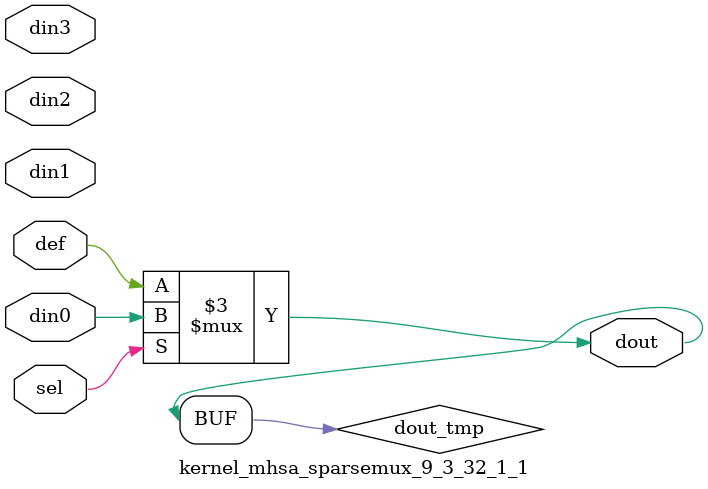
<source format=v>
`timescale 1ns / 1ps

module kernel_mhsa_sparsemux_9_3_32_1_1 (din0,din1,din2,din3,def,sel,dout);

parameter din0_WIDTH = 1;

parameter din1_WIDTH = 1;

parameter din2_WIDTH = 1;

parameter din3_WIDTH = 1;

parameter def_WIDTH = 1;
parameter sel_WIDTH = 1;
parameter dout_WIDTH = 1;

parameter [sel_WIDTH-1:0] CASE0 = 1;

parameter [sel_WIDTH-1:0] CASE1 = 1;

parameter [sel_WIDTH-1:0] CASE2 = 1;

parameter [sel_WIDTH-1:0] CASE3 = 1;

parameter ID = 1;
parameter NUM_STAGE = 1;



input [din0_WIDTH-1:0] din0;

input [din1_WIDTH-1:0] din1;

input [din2_WIDTH-1:0] din2;

input [din3_WIDTH-1:0] din3;

input [def_WIDTH-1:0] def;
input [sel_WIDTH-1:0] sel;

output [dout_WIDTH-1:0] dout;



reg [dout_WIDTH-1:0] dout_tmp;


always @ (*) begin
(* parallel_case *) case (sel)
    
    CASE0 : dout_tmp = din0;
    
    CASE1 : dout_tmp = din1;
    
    CASE2 : dout_tmp = din2;
    
    CASE3 : dout_tmp = din3;
    
    default : dout_tmp = def;
endcase
end


assign dout = dout_tmp;



endmodule

</source>
